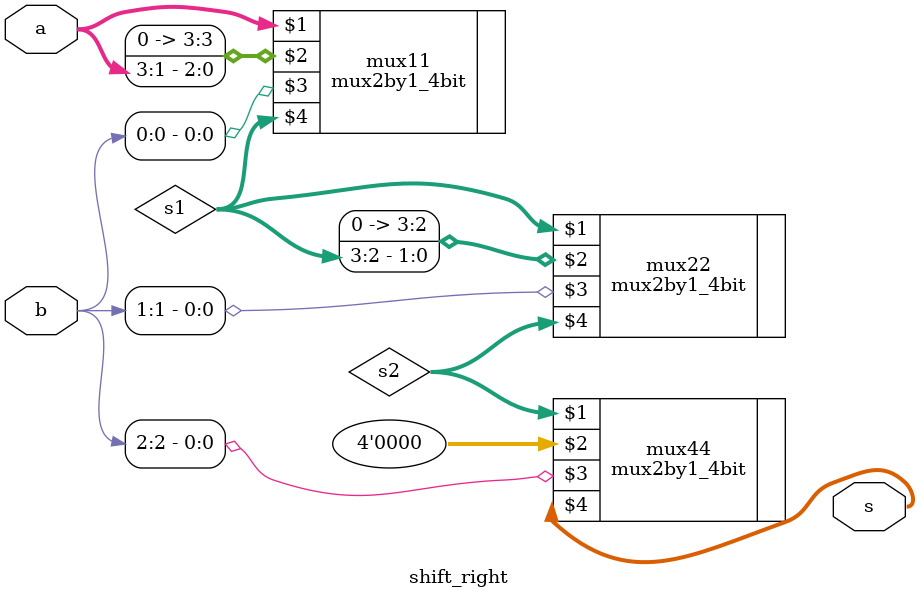
<source format=sv>
module shift_right(a,b,s);
   input logic [3:0] a;
   input logic [3:0] b;

   output logic [3:0] s;

   wire logic[3:0] s1, s2;


   mux2by1_4bit mux11(a,   {1'b0,a[3:1]},  b[0], s1);
   mux2by1_4bit mux22(s1,  {2'b0,s1[3:2]}, b[1], s2);
   mux2by1_4bit mux44(s2,  4'b0, b[2],  s);

endmodule


</source>
